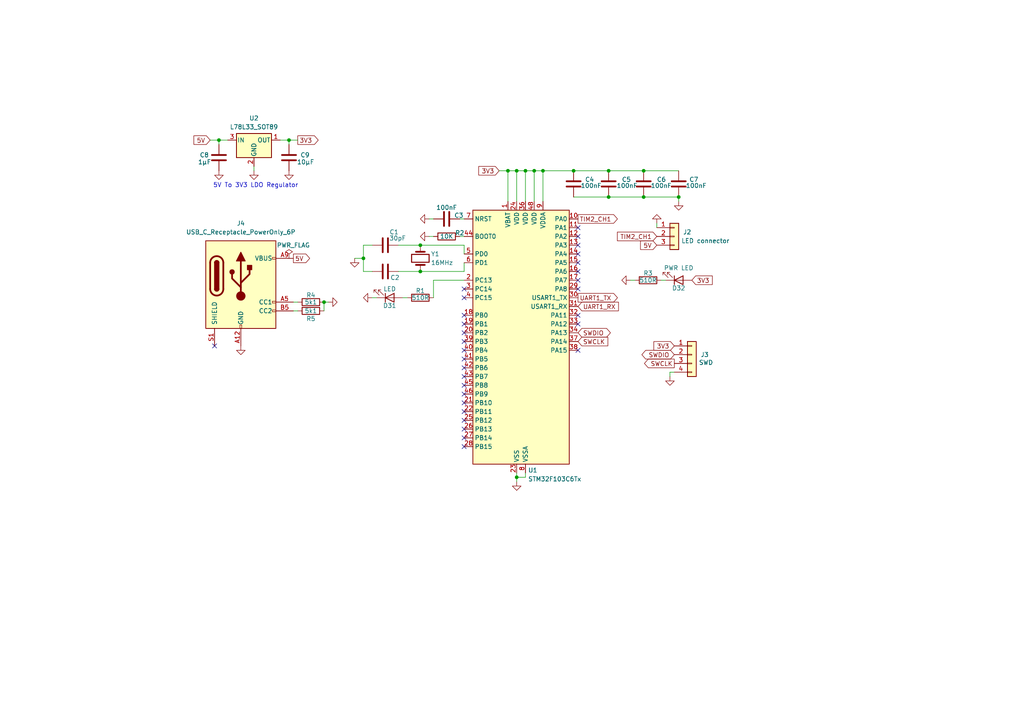
<source format=kicad_sch>
(kicad_sch (version 20231120) (generator "eeschema") (generator_version "8.0")
  (paper "A4")
  (lib_symbols
    (symbol "Connector:USB_C_Receptacle_PowerOnly_6P" (pin_names (offset 1.016))
      (property "Reference" "J" (at 0 16.51 0))
      (property "Value" "USB_C_Receptacle_PowerOnly_6P" (at 0 13.97 0))
      (symbol "USB_C_Receptacle_PowerOnly_6P_0_0"
        (rectangle (start -0.254 -12.7) (end 0.254 -11.684))
        (rectangle (start 10.16 -7.366) (end 9.144 -7.874))
        (rectangle (start 10.16 -4.826) (end 9.144 -5.334))
        (rectangle (start 10.16 7.874) (end 9.144 7.366))
      )
      (symbol "USB_C_Receptacle_PowerOnly_6P_0_1"
        (rectangle (start -10.16 12.7) (end 10.16 -12.7) (stroke (width 0.254)) (fill (type background)))
        (arc (start -8.89 -1.27) (mid -6.985 -3.1667) (end -5.08 -1.27) (stroke (width 0.508)))
        (arc (start -7.62 -1.27) (mid -6.985 -1.9023) (end -6.35 -1.27) (stroke (width 0.254)))
        (arc (start -7.62 -1.27) (mid -6.985 -1.9023) (end -6.35 -1.27) (stroke (width 0.254)) (fill (type outline)))
        (rectangle (start -7.62 -1.27) (end -6.35 6.35) (stroke (width 0.254)) (fill (type outline)))
        (arc (start -6.35 6.35) (mid -6.985 6.9823) (end -7.62 6.35) (stroke (width 0.254)))
        (arc (start -6.35 6.35) (mid -6.985 6.9823) (end -7.62 6.35) (stroke (width 0.254)) (fill (type outline)))
        (arc (start -5.08 6.35) (mid -6.985 8.2467) (end -8.89 6.35) (stroke (width 0.508)))
        (circle (center -2.54 3.683) (radius 0.635) (stroke (width 0.254)) (fill (type outline)))
        (circle (center 0 -3.302) (radius 1.27) (fill (type outline)))
        (polyline (pts (xy -8.89 -1.27) (xy -8.89 6.35)) (stroke (width 0.508)))
        (polyline (pts (xy -5.08 6.35) (xy -5.08 -1.27)) (stroke (width 0.508)))
        (polyline (pts (xy 0 -3.302) (xy 0 6.858)) (stroke (width 0.508)))
        (polyline (pts (xy 0 -0.762) (xy -2.54 1.778) (xy -2.54 3.048)) (stroke (width 0.508)))
        (polyline (pts (xy 0 0.508) (xy 2.54 3.048) (xy 2.54 4.318)) (stroke (width 0.508)))
        (polyline (pts (xy -1.27 6.858) (xy 0 9.398) (xy 1.27 6.858) (xy -1.27 6.858)) (stroke (width 0.254)) (fill (type outline)))
        (rectangle (start 1.905 4.318) (end 3.175 5.588) (stroke (width 0.254)) (fill (type outline)))
      )
      (symbol "USB_C_Receptacle_PowerOnly_6P_1_1"
        (pin passive line (at 0 -17.78 90) (length 5.08) (name "GND") (number "A12"))
        (pin bidirectional line (at 15.24 -5.08 180) (length 5.08) (name "CC1") (number "A5"))
        (pin passive line (at 15.24 7.62 180) (length 5.08) (name "VBUS") (number "A9"))
        (pin passive line (at 0 -17.78 90) (length 5.08) hide (name "GND") (number "B12"))
        (pin bidirectional line (at 15.24 -7.62 180) (length 5.08) (name "CC2") (number "B5"))
        (pin passive line (at 15.24 7.62 180) (length 5.08) hide (name "VBUS") (number "B9"))
        (pin passive line (at -7.62 -17.78 90) (length 5.08) (name "SHIELD") (number "S1"))
      )
    )
    (symbol "Connector_Generic:Conn_01x03" (pin_names (offset 1.016) hide)
      (property "Reference" "J" (at 0 5.08 0))
      (property "Value" "Conn_01x03" (at 0 -5.08 0))
      (symbol "Conn_01x03_1_1"
        (rectangle (start -1.27 -2.413) (end 0 -2.667) (stroke (width 0.1524)))
        (rectangle (start -1.27 0.127) (end 0 -0.127) (stroke (width 0.1524)))
        (rectangle (start -1.27 2.667) (end 0 2.413) (stroke (width 0.1524)))
        (rectangle (start -1.27 3.81) (end 1.27 -3.81) (stroke (width 0.254)) (fill (type background)))
        (pin passive line (at -5.08 2.54 0) (length 3.81) (name "Pin_1") (number "1"))
        (pin passive line (at -5.08 0 0) (length 3.81) (name "Pin_2") (number "2"))
        (pin passive line (at -5.08 -2.54 0) (length 3.81) (name "Pin_3") (number "3"))
      )
    )
    (symbol "Connector_Generic:Conn_01x04" (pin_names (offset 1.016) hide)
      (property "Reference" "J" (at 0 5.08 0))
      (property "Value" "Conn_01x04" (at 0 -7.62 0))
      (symbol "Conn_01x04_1_1"
        (rectangle (start -1.27 -4.953) (end 0 -5.207) (stroke (width 0.1524)))
        (rectangle (start -1.27 -2.413) (end 0 -2.667) (stroke (width 0.1524)))
        (rectangle (start -1.27 0.127) (end 0 -0.127) (stroke (width 0.1524)))
        (rectangle (start -1.27 2.667) (end 0 2.413) (stroke (width 0.1524)))
        (rectangle (start -1.27 3.81) (end 1.27 -6.35) (stroke (width 0.254)) (fill (type background)))
        (pin passive line (at -5.08 2.54 0) (length 3.81) (name "Pin_1") (number "1"))
        (pin passive line (at -5.08 0 0) (length 3.81) (name "Pin_2") (number "2"))
        (pin passive line (at -5.08 -2.54 0) (length 3.81) (name "Pin_3") (number "3"))
        (pin passive line (at -5.08 -5.08 0) (length 3.81) (name "Pin_4") (number "4"))
      )
    )
    (symbol "Device:C" (pin_numbers hide) (pin_names (offset 0.254))
      (property "Reference" "C" (at 0.635 2.54 0))
      (property "Value" "C" (at 0.635 -2.54 0))
      (symbol "C_0_1"
        (polyline (pts (xy -2.032 -0.762) (xy 2.032 -0.762)) (stroke (width 0.508)))
        (polyline (pts (xy -2.032 0.762) (xy 2.032 0.762)) (stroke (width 0.508)))
      )
      (symbol "C_1_1"
        (pin passive line (at 0 3.81 270) (length 2.794) (name "~") (number "1"))
        (pin passive line (at 0 -3.81 90) (length 2.794) (name "~") (number "2"))
      )
    )
    (symbol "Device:Crystal" (pin_numbers hide) (pin_names (offset 1.016) hide)
      (property "Reference" "Y" (at 0 3.81 0))
      (property "Value" "Crystal" (at 0 -3.81 0))
      (symbol "Crystal_0_1"
        (rectangle (start -1.143 2.54) (end 1.143 -2.54) (stroke (width 0.3048)))
        (polyline (pts (xy -2.54 0) (xy -1.905 0)))
        (polyline (pts (xy -1.905 -1.27) (xy -1.905 1.27)) (stroke (width 0.508)))
        (polyline (pts (xy 1.905 -1.27) (xy 1.905 1.27)) (stroke (width 0.508)))
        (polyline (pts (xy 2.54 0) (xy 1.905 0)))
      )
      (symbol "Crystal_1_1"
        (pin passive line (at -3.81 0 0) (length 1.27) (name "1") (number "1"))
        (pin passive line (at 3.81 0 180) (length 1.27) (name "2") (number "2"))
      )
    )
    (symbol "Device:LED" (pin_numbers hide) (pin_names (offset 1.016) hide)
      (property "Reference" "D" (at 0 2.54 0))
      (property "Value" "LED" (at 0 -2.54 0))
      (symbol "LED_0_1"
        (polyline (pts (xy -1.27 -1.27) (xy -1.27 1.27)) (stroke (width 0.254)))
        (polyline (pts (xy -1.27 0) (xy 1.27 0)))
        (polyline (pts (xy 1.27 -1.27) (xy 1.27 1.27) (xy -1.27 0) (xy 1.27 -1.27)) (stroke (width 0.254)))
        (polyline (pts (xy -3.048 -0.762) (xy -4.572 -2.286) (xy -3.81 -2.286) (xy -4.572 -2.286) (xy -4.572 -1.524)))
        (polyline (pts (xy -1.778 -0.762) (xy -3.302 -2.286) (xy -2.54 -2.286) (xy -3.302 -2.286) (xy -3.302 -1.524)))
      )
      (symbol "LED_1_1"
        (pin passive line (at -3.81 0 0) (length 2.54) (name "K") (number "1"))
        (pin passive line (at 3.81 0 180) (length 2.54) (name "A") (number "2"))
      )
    )
    (symbol "Device:R" (pin_numbers hide) (pin_names (offset 0))
      (property "Reference" "R" (at 2.032 0 90))
      (property "Value" "R" (at 0 0 90))
      (symbol "R_0_1"
        (rectangle (start -1.016 -2.54) (end 1.016 2.54) (stroke (width 0.254)))
      )
      (symbol "R_1_1"
        (pin passive line (at 0 3.81 270) (length 1.27) (name "~") (number "1"))
        (pin passive line (at 0 -3.81 90) (length 1.27) (name "~") (number "2"))
      )
    )
    (symbol "MCU_ST_STM32F1:STM32F103C6Tx"
      (property "Reference" "U" (at -12.7 39.37 0))
      (property "Value" "STM32F103C6Tx" (at 10.16 39.37 0))
      (symbol "STM32F103C6Tx_0_1"
        (rectangle (start -12.7 -35.56) (end 15.24 38.1) (stroke (width 0.254)) (fill (type background)))
      )
      (symbol "STM32F103C6Tx_1_1"
        (pin power_in line (at -2.54 40.64 270) (length 2.54) (name "VBAT") (number "1"))
        (pin bidirectional line (at 17.78 35.56 180) (length 2.54) (name "PA0") (number "10"))
        (pin bidirectional line (at 17.78 33.02 180) (length 2.54) (name "PA1") (number "11"))
        (pin bidirectional line (at 17.78 30.48 180) (length 2.54) (name "PA2") (number "12"))
        (pin bidirectional line (at 17.78 27.94 180) (length 2.54) (name "PA3") (number "13"))
        (pin bidirectional line (at 17.78 25.4 180) (length 2.54) (name "PA4") (number "14"))
        (pin bidirectional line (at 17.78 22.86 180) (length 2.54) (name "PA5") (number "15"))
        (pin bidirectional line (at 17.78 20.32 180) (length 2.54) (name "PA6") (number "16"))
        (pin bidirectional line (at 17.78 17.78 180) (length 2.54) (name "PA7") (number "17"))
        (pin bidirectional line (at -15.24 7.62 0) (length 2.54) (name "PB0") (number "18"))
        (pin bidirectional line (at -15.24 5.08 0) (length 2.54) (name "PB1") (number "19"))
        (pin bidirectional line (at -15.24 17.78 0) (length 2.54) (name "PC13") (number "2"))
        (pin bidirectional line (at -15.24 2.54 0) (length 2.54) (name "PB2") (number "20"))
        (pin bidirectional line (at -15.24 -17.78 0) (length 2.54) (name "PB10") (number "21"))
        (pin bidirectional line (at -15.24 -20.32 0) (length 2.54) (name "PB11") (number "22"))
        (pin power_in line (at 0 -38.1 90) (length 2.54) (name "VSS") (number "23"))
        (pin power_in line (at 0 40.64 270) (length 2.54) (name "VDD") (number "24"))
        (pin bidirectional line (at -15.24 -22.86 0) (length 2.54) (name "PB12") (number "25"))
        (pin bidirectional line (at -15.24 -25.4 0) (length 2.54) (name "PB13") (number "26"))
        (pin bidirectional line (at -15.24 -27.94 0) (length 2.54) (name "PB14") (number "27"))
        (pin bidirectional line (at -15.24 -30.48 0) (length 2.54) (name "PB15") (number "28"))
        (pin bidirectional line (at 17.78 15.24 180) (length 2.54) (name "PA8") (number "29"))
        (pin bidirectional line (at -15.24 15.24 0) (length 2.54) (name "PC14") (number "3"))
        (pin bidirectional line (at 17.78 12.7 180) (length 2.54) (name "PA9") (number "30") (alternate "USART1_TX" bidirectional line))
        (pin bidirectional line (at 17.78 10.16 180) (length 2.54) (name "PA10") (number "31") (alternate "USART1_RX" bidirectional line))
        (pin bidirectional line (at 17.78 7.62 180) (length 2.54) (name "PA11") (number "32") (alternate "" input line))
        (pin bidirectional line (at 17.78 5.08 180) (length 2.54) (name "PA12") (number "33"))
        (pin bidirectional line (at 17.78 2.54 180) (length 2.54) (name "PA13") (number "34"))
        (pin passive line (at 0 -38.1 90) (length 2.54) hide (name "VSS") (number "35"))
        (pin power_in line (at 2.54 40.64 270) (length 2.54) (name "VDD") (number "36"))
        (pin bidirectional line (at 17.78 0 180) (length 2.54) (name "PA14") (number "37"))
        (pin bidirectional line (at 17.78 -2.54 180) (length 2.54) (name "PA15") (number "38"))
        (pin bidirectional line (at -15.24 0 0) (length 2.54) (name "PB3") (number "39"))
        (pin bidirectional line (at -15.24 12.7 0) (length 2.54) (name "PC15") (number "4"))
        (pin bidirectional line (at -15.24 -2.54 0) (length 2.54) (name "PB4") (number "40"))
        (pin bidirectional line (at -15.24 -5.08 0) (length 2.54) (name "PB5") (number "41"))
        (pin bidirectional line (at -15.24 -7.62 0) (length 2.54) (name "PB6") (number "42") (alternate "USART1_TX" bidirectional line))
        (pin bidirectional line (at -15.24 -10.16 0) (length 2.54) (name "PB7") (number "43") (alternate "USART1_RX" bidirectional line))
        (pin input line (at -15.24 30.48 0) (length 2.54) (name "BOOT0") (number "44"))
        (pin bidirectional line (at -15.24 -12.7 0) (length 2.54) (name "PB8") (number "45"))
        (pin bidirectional line (at -15.24 -15.24 0) (length 2.54) (name "PB9") (number "46"))
        (pin passive line (at 0 -38.1 90) (length 2.54) hide (name "VSS") (number "47"))
        (pin power_in line (at 5.08 40.64 270) (length 2.54) (name "VDD") (number "48"))
        (pin bidirectional line (at -15.24 25.4 0) (length 2.54) (name "PD0") (number "5"))
        (pin bidirectional line (at -15.24 22.86 0) (length 2.54) (name "PD1") (number "6"))
        (pin input line (at -15.24 35.56 0) (length 2.54) (name "NRST") (number "7"))
        (pin power_in line (at 2.54 -38.1 90) (length 2.54) (name "VSSA") (number "8"))
        (pin power_in line (at 7.62 40.64 270) (length 2.54) (name "VDDA") (number "9"))
      )
    )
    (symbol "Regulator_Linear:L78L33_SOT89" (pin_names (offset 0.254))
      (property "Reference" "U" (at -3.81 3.175 0))
      (property "Value" "L78L33_SOT89" (at -0.635 3.175 0))
      (symbol "L78L33_SOT89_0_1"
        (rectangle (start -5.08 1.905) (end 5.08 -5.08) (stroke (width 0.254)) (fill (type background)))
      )
      (symbol "L78L33_SOT89_1_1"
        (pin power_out line (at 7.62 0 180) (length 2.54) (name "OUT") (number "1"))
        (pin power_in line (at 0 -7.62 90) (length 2.54) (name "GND") (number "2"))
        (pin power_in line (at -7.62 0 0) (length 2.54) (name "IN") (number "3"))
      )
    )
    (symbol "power:GND" (power) (pin_names (offset 0))
      (property "Value" "GND" (at 0 -3.81 0))
      (symbol "GND_0_1"
        (polyline (pts (xy 0 0) (xy 0 -1.27) (xy 1.27 -1.27) (xy 0 -2.54) (xy -1.27 -1.27) (xy 0 -1.27)))
      )
      (symbol "GND_1_1"
        (pin power_in line (at 0 0 270) (length 0) hide (name "GND") (number "1"))
      )
    )
    (symbol "power:PWR_FLAG" (power) (pin_numbers hide) (pin_names (offset 0) hide)
      (property "Value" "PWR_FLAG" (at 0 3.81 0))
      (symbol "PWR_FLAG_0_0"
        (pin power_out line (at 0 0 90) (length 0) (name "~") (number "1"))
      )
      (symbol "PWR_FLAG_0_1"
        (polyline (pts (xy 0 0) (xy 0 1.27) (xy -1.016 1.905) (xy 0 2.54) (xy 1.016 1.905) (xy 0 1.27)))
      )
    )
  )
  (junction (at 149.86 138.43))
  (junction (at 186.69 49.53))
  (junction (at 147.32 49.53))
  (junction (at 149.86 49.53))
  (junction (at 157.48 49.53))
  (junction (at 121.92 78.74))
  (junction (at 166.37 49.53))
  (junction (at 186.69 57.15))
  (junction (at 105.41 74.93))
  (junction (at 176.53 57.15))
  (junction (at 63.5 40.64))
  (junction (at 176.53 49.53))
  (junction (at 196.85 57.15))
  (junction (at 154.94 49.53))
  (junction (at 83.82 40.64))
  (junction (at 121.92 71.12))
  (junction (at 93.98 87.63))
  (junction (at 152.4 49.53))
  (no_connect (at 167.64 81.28))
  (no_connect (at 134.62 101.6))
  (no_connect (at 167.64 83.82))
  (no_connect (at 134.62 93.98))
  (no_connect (at 167.64 91.44))
  (no_connect (at 167.64 73.66))
  (no_connect (at 167.64 76.2))
  (no_connect (at 167.64 66.04))
  (no_connect (at 134.62 116.84))
  (no_connect (at 134.62 127))
  (no_connect (at 167.64 68.58))
  (no_connect (at 167.64 93.98))
  (no_connect (at 134.62 111.76))
  (no_connect (at 134.62 114.3))
  (no_connect (at 134.62 119.38))
  (no_connect (at 134.62 104.14))
  (no_connect (at 134.62 99.06))
  (no_connect (at 134.62 96.52))
  (no_connect (at 134.62 86.36))
  (no_connect (at 62.23 100.33))
  (no_connect (at 134.62 129.54))
  (no_connect (at 167.64 78.74))
  (no_connect (at 134.62 83.82))
  (no_connect (at 134.62 106.68))
  (no_connect (at 134.62 109.22))
  (no_connect (at 134.62 121.92))
  (no_connect (at 167.64 71.12))
  (no_connect (at 167.64 101.6))
  (no_connect (at 134.62 124.46))
  (no_connect (at 134.62 91.44))
  (wire (pts (xy 133.35 68.58) (xy 134.62 68.58)))
  (wire (pts (xy 93.98 87.63) (xy 95.25 87.63)))
  (wire (pts (xy 190.5 64.77) (xy 190.5 66.04)))
  (wire (pts (xy 121.92 78.74) (xy 134.62 78.74)))
  (wire (pts (xy 149.86 138.43) (xy 152.4 138.43)))
  (wire (pts (xy 105.41 78.74) (xy 107.95 78.74)))
  (wire (pts (xy 195.58 107.95) (xy 194.31 107.95)))
  (wire (pts (xy 194.31 107.95) (xy 194.31 109.22)))
  (wire (pts (xy 115.57 71.12) (xy 121.92 71.12)))
  (wire (pts (xy 149.86 137.16) (xy 149.86 138.43)))
  (wire (pts (xy 93.98 87.63) (xy 93.98 90.17)))
  (wire (pts (xy 124.46 63.5) (xy 125.73 63.5)))
  (wire (pts (xy 154.94 49.53) (xy 157.48 49.53)))
  (wire (pts (xy 85.09 87.63) (xy 86.36 87.63)))
  (wire (pts (xy 196.85 57.15) (xy 196.85 58.42)))
  (wire (pts (xy 134.62 71.12) (xy 134.62 73.66)))
  (wire (pts (xy 102.87 74.93) (xy 105.41 74.93)))
  (wire (pts (xy 154.94 49.53) (xy 154.94 58.42)))
  (wire (pts (xy 73.66 48.26) (xy 73.66 49.53)))
  (wire (pts (xy 63.5 40.64) (xy 63.5 41.91)))
  (wire (pts (xy 133.35 63.5) (xy 134.62 63.5)))
  (wire (pts (xy 107.95 86.36) (xy 109.22 86.36)))
  (wire (pts (xy 107.95 71.12) (xy 105.41 71.12)))
  (wire (pts (xy 81.28 40.64) (xy 83.82 40.64)))
  (wire (pts (xy 83.82 40.64) (xy 86.36 40.64)))
  (wire (pts (xy 124.46 68.58) (xy 125.73 68.58)))
  (wire (pts (xy 149.86 49.53) (xy 152.4 49.53)))
  (wire (pts (xy 116.84 86.36) (xy 118.11 86.36)))
  (wire (pts (xy 105.41 71.12) (xy 105.41 74.93)))
  (wire (pts (xy 157.48 49.53) (xy 157.48 58.42)))
  (wire (pts (xy 125.73 81.28) (xy 125.73 86.36)))
  (wire (pts (xy 191.77 81.28) (xy 193.04 81.28)))
  (wire (pts (xy 182.88 81.28) (xy 184.15 81.28)))
  (wire (pts (xy 83.82 40.64) (xy 83.82 41.91)))
  (wire (pts (xy 134.62 78.74) (xy 134.62 76.2)))
  (wire (pts (xy 85.09 90.17) (xy 86.36 90.17)))
  (wire (pts (xy 115.57 78.74) (xy 121.92 78.74)))
  (wire (pts (xy 152.4 49.53) (xy 152.4 58.42)))
  (wire (pts (xy 105.41 74.93) (xy 105.41 78.74)))
  (wire (pts (xy 166.37 57.15) (xy 176.53 57.15)))
  (wire (pts (xy 147.32 49.53) (xy 149.86 49.53)))
  (wire (pts (xy 121.92 71.12) (xy 134.62 71.12)))
  (wire (pts (xy 186.69 57.15) (xy 196.85 57.15)))
  (wire (pts (xy 186.69 49.53) (xy 196.85 49.53)))
  (wire (pts (xy 152.4 49.53) (xy 154.94 49.53)))
  (wire (pts (xy 149.86 138.43) (xy 149.86 139.7)))
  (wire (pts (xy 144.78 49.53) (xy 147.32 49.53)))
  (wire (pts (xy 147.32 58.42) (xy 147.32 49.53)))
  (wire (pts (xy 176.53 57.15) (xy 186.69 57.15)))
  (wire (pts (xy 152.4 138.43) (xy 152.4 137.16)))
  (wire (pts (xy 66.04 40.64) (xy 63.5 40.64)))
  (wire (pts (xy 149.86 49.53) (xy 149.86 58.42)))
  (wire (pts (xy 157.48 49.53) (xy 166.37 49.53)))
  (wire (pts (xy 166.37 49.53) (xy 176.53 49.53)))
  (wire (pts (xy 125.73 81.28) (xy 134.62 81.28)))
  (wire (pts (xy 60.96 40.64) (xy 63.5 40.64)))
  (wire (pts (xy 176.53 49.53) (xy 186.69 49.53)))
  (text "5V To 3V3 LDO Regulator\n" (at 74.168 53.848 0) (effects (font (size 1.27 1.27))))
  (global_label "SWCLK" (shape input) (at 167.64 99.06 0) (property "Intersheetrefs" "${INTERSHEET_REFS}" (effects (hide yes))))
  (global_label "5V" (shape output) (at 85.09 74.93 0) (property "Intersheetrefs" "${INTERSHEET_REFS}" (effects (hide yes))))
  (global_label "SWDIO" (shape bidirectional) (at 195.58 102.87 180) (property "Intersheetrefs" "${INTERSHEET_REFS}" (effects (hide yes))))
  (global_label "3V3" (shape output) (at 86.36 40.64 0) (property "Intersheetrefs" "${INTERSHEET_REFS}" (effects (hide yes))))
  (global_label "TIM2_CH1" (shape output) (at 167.64 63.5 0) (property "Intersheetrefs" "${INTERSHEET_REFS}" (effects (hide yes))))
  (global_label "UART1_RX" (shape input) (at 167.64 88.9 0) (property "Intersheetrefs" "${INTERSHEET_REFS}" (effects (hide yes))))
  (global_label "SWCLK" (shape output) (at 195.58 105.41 180) (property "Intersheetrefs" "${INTERSHEET_REFS}" (effects (hide yes))))
  (global_label "TIM2_CH1" (shape input) (at 190.5 68.58 180) (property "Intersheetrefs" "${INTERSHEET_REFS}" (effects (hide yes))))
  (global_label "5V" (shape input) (at 190.5 71.12 180) (property "Intersheetrefs" "${INTERSHEET_REFS}" (effects (hide yes))))
  (global_label "UART1_TX" (shape output) (at 167.64 86.36 0) (property "Intersheetrefs" "${INTERSHEET_REFS}" (effects (hide yes))))
  (global_label "5V" (shape input) (at 60.96 40.64 180) (property "Intersheetrefs" "${INTERSHEET_REFS}" (effects (hide yes))))
  (global_label "SWDIO" (shape bidirectional) (at 167.64 96.52 0) (property "Intersheetrefs" "${INTERSHEET_REFS}" (effects (hide yes))))
  (global_label "3V3" (shape input) (at 144.78 49.53 180) (property "Intersheetrefs" "${INTERSHEET_REFS}" (effects (hide yes))))
  (global_label "3V3" (shape input) (at 195.58 100.33 180) (property "Intersheetrefs" "${INTERSHEET_REFS}" (effects (hide yes))))
  (global_label "3V3" (shape input) (at 200.66 81.28 0) (property "Intersheetrefs" "${INTERSHEET_REFS}" (effects (hide yes))))
  (symbol (lib_id "power:GND") (at 196.85 58.42 0) (unit 1)
    (property "Reference" "#PWR040" (effects (hide yes)))
    (property "Value" "GND" (effects (hide yes)))
    (property "Description" "Power symbol creates a global label with name \"GND\" , ground" (effects (hide yes)))
  )
  (symbol (lib_id "Device:C") (at 166.37 53.34 0) (unit 1)
    (property "Reference" "C4" (at 169.672 52.07 0) (effects (justify left)))
    (property "Value" "100nF" (at 168.402 53.848 0) (effects (justify left)))
    (property "Footprint" "Capacitor_SMD:C_0603_1608Metric" (effects (hide yes)))
    (property "Description" "Unpolarized capacitor" (effects (hide yes)))
  )
  (symbol (lib_id "Device:C") (at 111.76 71.12 90) (unit 1)
    (property "Reference" "C1" (at 114.3 67.31 90))
    (property "Value" "30pF" (at 115.316 69.088 90))
    (property "Footprint" "Capacitor_SMD:C_0805_2012Metric" (effects (hide yes)))
    (property "Description" "Unpolarized capacitor" (effects (hide yes)))
  )
  (symbol (lib_id "Device:LED") (at 196.85 81.28 0) (mirror x) (unit 1)
    (property "Reference" "D32" (at 196.85 83.566 0))
    (property "Value" "PWR LED" (at 196.85 77.724 0))
    (property "Footprint" "LED_SMD:LED_0805_2012Metric" (effects (hide yes)))
    (property "Description" "Light emitting diode" (effects (hide yes)))
  )
  (symbol (lib_id "Device:C") (at 111.76 78.74 90) (unit 1)
    (property "Reference" "C2" (at 114.554 80.518 90))
    (property "Value" "30pF" (effects (hide yes)))
    (property "Footprint" "Capacitor_SMD:C_0805_2012Metric" (effects (hide yes)))
    (property "Description" "Unpolarized capacitor" (effects (hide yes)))
  )
  (symbol (lib_id "power:GND") (at 95.25 87.63 90) (unit 1)
    (property "Reference" "#PWR045" (effects (hide yes)))
    (property "Value" "GND" (effects (hide yes)))
    (property "Description" "Power symbol creates a global label with name \"GND\" , ground" (effects (hide yes)))
  )
  (symbol (lib_id "Device:R") (at 90.17 87.63 90) (unit 1)
    (property "Reference" "R4" (at 90.17 85.598 90))
    (property "Value" "5k1" (at 90.17 87.63 90))
    (property "Description" "Resistor" (effects (hide yes)))
  )
  (symbol (lib_id "power:GND") (at 69.85 100.33 0) (unit 1)
    (property "Reference" "#PWR044" (effects (hide yes)))
    (property "Value" "GND" (effects (hide yes)))
    (property "Description" "Power symbol creates a global label with name \"GND\" , ground" (effects (hide yes)))
  )
  (symbol (lib_id "power:GND") (at 149.86 139.7 0) (unit 1)
    (property "Reference" "#PWR036" (effects (hide yes)))
    (property "Value" "GND" (effects (hide yes)))
    (property "Description" "Power symbol creates a global label with name \"GND\" , ground" (effects (hide yes)))
  )
  (symbol (lib_id "Connector:USB_C_Receptacle_PowerOnly_6P") (at 69.85 82.55 0) (unit 1)
    (property "Reference" "J4" (at 69.85 64.77 0))
    (property "Value" "USB_C_Receptacle_PowerOnly_6P" (at 69.85 67.31 0))
    (property "Datasheet" "https://www.usb.org/sites/default/files/documents/usb_type-c.zip" (effects (hide yes)))
    (property "Description" "USB Power-Only 6P Type-C Receptacle connector" (effects (hide yes)))
  )
  (symbol (lib_id "power:GND") (at 107.95 86.36 270) (unit 1)
    (property "Reference" "#PWR032" (effects (hide yes)))
    (property "Value" "GND" (effects (hide yes)))
    (property "Description" "Power symbol creates a global label with name \"GND\" , ground" (effects (hide yes)))
  )
  (symbol (lib_id "Device:C") (at 83.82 45.72 0) (unit 1)
    (property "Reference" "C9" (at 87.122 44.958 0) (effects (justify left)))
    (property "Value" "10μF" (at 86.106 46.99 0) (effects (justify left)))
    (property "Footprint" "Capacitor_SMD:C_0805_2012Metric" (effects (hide yes)))
    (property "Description" "Unpolarized capacitor" (effects (hide yes)))
  )
  (symbol (lib_id "Device:C") (at 186.69 53.34 0) (unit 1)
    (property "Reference" "C6" (at 190.5 52.0699 0) (effects (justify left)))
    (property "Value" "100nF" (at 188.722 53.848 0) (effects (justify left)))
    (property "Footprint" "Capacitor_SMD:C_0603_1608Metric" (effects (hide yes)))
    (property "Description" "Unpolarized capacitor" (effects (hide yes)))
  )
  (symbol (lib_id "Device:R") (at 129.54 68.58 270) (unit 1)
    (property "Reference" "R2" (at 133.35 67.564 90))
    (property "Value" "10K" (at 129.54 68.58 90))
    (property "Footprint" "Resistor_SMD:R_0805_2012Metric" (effects (hide yes)))
    (property "Description" "Resistor" (effects (hide yes)))
  )
  (symbol (lib_id "power:GND") (at 182.88 81.28 270) (unit 1)
    (property "Reference" "#PWR037" (effects (hide yes)))
    (property "Value" "GND" (effects (hide yes)))
    (property "Description" "Power symbol creates a global label with name \"GND\" , ground" (effects (hide yes)))
  )
  (symbol (lib_id "Device:R") (at 187.96 81.28 270) (unit 1)
    (property "Reference" "R3" (at 187.96 79.248 90))
    (property "Value" "510R" (at 187.96 81.28 90))
    (property "Footprint" "Resistor_SMD:R_0805_2012Metric" (effects (hide yes)))
    (property "Description" "Resistor" (effects (hide yes)))
  )
  (symbol (lib_id "Connector_Generic:Conn_01x04") (at 200.66 102.87 0) (unit 1)
    (property "Reference" "J3" (at 203.2 102.8699 0) (effects (justify left)))
    (property "Value" "SWD" (at 202.692 105.156 0) (effects (justify left)))
    (property "Footprint" "Connector_PinSocket_2.54mm:PinSocket_1x04_P2.54mm_Vertical" (effects (hide yes)))
    (property "Description" "Generic connector, single row, 01x04, script generated (kicad-library-utils/schlib/autogen/connector/)" (effects (hide yes)))
  )
  (symbol (lib_id "power:GND") (at 124.46 68.58 270) (unit 1)
    (property "Reference" "#PWR035" (effects (hide yes)))
    (property "Value" "GND" (effects (hide yes)))
    (property "Description" "Power symbol creates a global label with name \"GND\" , ground" (effects (hide yes)))
  )
  (symbol (lib_id "power:GND") (at 102.87 74.93 0) (unit 1)
    (property "Reference" "#PWR031" (effects (hide yes)))
    (property "Value" "GND" (effects (hide yes)))
    (property "Description" "Power symbol creates a global label with name \"GND\" , ground" (effects (hide yes)))
  )
  (symbol (lib_id "power:GND") (at 194.31 109.22 0) (unit 1)
    (property "Reference" "#PWR039" (effects (hide yes)))
    (property "Value" "GND" (effects (hide yes)))
    (property "Description" "Power symbol creates a global label with name \"GND\" , ground" (effects (hide yes)))
  )
  (symbol (lib_id "power:GND") (at 63.5 49.53 0) (unit 1)
    (property "Reference" "#PWR041" (effects (hide yes)))
    (property "Value" "GND" (effects (hide yes)))
    (property "Description" "Power symbol creates a global label with name \"GND\" , ground" (effects (hide yes)))
  )
  (symbol (lib_id "MCU_ST_STM32F1:STM32F103C6Tx") (at 149.86 99.06 0) (unit 1)
    (property "Reference" "U1" (at 153.162 136.398 0) (effects (justify left)))
    (property "Value" "STM32F103C6Tx" (at 153.162 138.938 0) (effects (justify left)))
    (property "Footprint" "Package_QFP:LQFP-48_7x7mm_P0.5mm" (effects (hide yes)))
    (property "Datasheet" "https://www.st.com/resource/en/datasheet/stm32f103c6.pdf" (effects (hide yes)))
    (property "Description" "STMicroelectronics Arm Cortex-M3 MCU, 32KB flash, 10KB RAM, 72 MHz, 2.0-3.6V, 37 GPIO, LQFP48" (effects (hide yes)))
    (pin "30" (alternate "USART1_TX"))
    (pin "31" (alternate "USART1_RX"))
    (pin "32" (alternate "PA11"))
  )
  (symbol (lib_id "Connector_Generic:Conn_01x03") (at 195.58 68.58 0) (unit 1)
    (property "Reference" "J2" (at 198.12 67.3099 0) (effects (justify left)))
    (property "Value" "LED connector" (at 197.612 69.85 0) (effects (justify left)))
    (property "Footprint" "Connector_PinHeader_2.54mm:PinHeader_1x03_P2.54mm_Vertical" (effects (hide yes)))
    (property "Description" "Generic connector, single row, 01x03, script generated (kicad-library-utils/schlib/autogen/connector/)" (effects (hide yes)))
  )
  (symbol (lib_id "Device:C") (at 129.54 63.5 90) (unit 1)
    (property "Reference" "C3" (at 133.096 62.484 90))
    (property "Value" "100nF" (at 129.54 60.198 90))
    (property "Footprint" "Capacitor_SMD:C_0603_1608Metric" (effects (hide yes)))
    (property "Description" "Unpolarized capacitor" (effects (hide yes)))
  )
  (symbol (lib_id "Device:Crystal") (at 121.92 74.93 90) (unit 1)
    (property "Reference" "Y1" (at 124.968 73.66 90) (effects (justify right)))
    (property "Value" "16MHz" (at 124.968 76.2 90) (effects (justify right)))
    (property "Footprint" "Crystal:Crystal_HC49-4H_Vertical" (effects (hide yes)))
    (property "Description" "Two pin crystal" (effects (hide yes)))
  )
  (symbol (lib_id "Device:C") (at 176.53 53.34 0) (unit 1)
    (property "Reference" "C5" (at 180.34 52.0699 0) (effects (justify left)))
    (property "Value" "100nF" (at 178.816 53.848 0) (effects (justify left)))
    (property "Footprint" "Capacitor_SMD:C_0603_1608Metric" (effects (hide yes)))
    (property "Description" "Unpolarized capacitor" (effects (hide yes)))
  )
  (symbol (lib_id "Regulator_Linear:L78L33_SOT89") (at 73.66 40.64 0) (unit 1)
    (property "Reference" "U2" (at 73.66 34.29 0))
    (property "Value" "L78L33_SOT89" (at 73.66 36.83 0))
    (property "Footprint" "Package_TO_SOT_SMD:SOT-89-3" (effects (hide yes)))
    (property "Datasheet" "http://www.st.com/content/ccc/resource/technical/document/datasheet/15/55/e5/aa/23/5b/43/fd/CD00000446.pdf/files/CD00000446.pdf/jcr:content/translations/en.CD00000446.pdf" (effects (hide yes)))
    (property "Description" "Positive 100mA 30V Linear Regulator, Fixed Output 3.3V, SOT-89" (effects (hide yes)))
  )
  (symbol (lib_id "Device:C") (at 63.5 45.72 0) (unit 1)
    (property "Reference" "C8" (at 57.912 44.958 0) (effects (justify left)))
    (property "Value" "1μF" (at 57.404 46.99 0) (effects (justify left)))
    (property "Footprint" "Capacitor_SMD:C_0805_2012Metric" (effects (hide yes)))
    (property "Description" "Unpolarized capacitor" (effects (hide yes)))
  )
  (symbol (lib_id "Device:R") (at 90.17 90.17 90) (unit 1)
    (property "Reference" "R5" (at 90.17 92.456 90))
    (property "Value" "5k1" (at 90.17 90.17 90))
    (property "Description" "Resistor" (effects (hide yes)))
  )
  (symbol (lib_id "Device:C") (at 196.85 53.34 0) (unit 1)
    (property "Reference" "C7" (at 199.898 52.07 0) (effects (justify left)))
    (property "Value" "100nF" (at 198.882 53.8481 0) (effects (justify left)))
    (property "Footprint" "Capacitor_SMD:C_0603_1608Metric" (effects (hide yes)))
    (property "Description" "Unpolarized capacitor" (effects (hide yes)))
  )
  (symbol (lib_id "power:PWR_FLAG") (at 83.82 74.93 0) (unit 1)
    (property "Reference" "#FLG03" (effects (hide yes)))
    (property "Value" "PWR_FLAG" (at 85.09 71.12 0))
    (property "Description" "Special symbol for telling ERC where power comes from" (effects (hide yes)))
  )
  (symbol (lib_id "Device:R") (at 121.92 86.36 90) (unit 1)
    (property "Reference" "R1" (at 121.92 84.328 90))
    (property "Value" "510R" (at 121.92 86.36 90))
    (property "Footprint" "Resistor_SMD:R_0805_2012Metric" (effects (hide yes)))
    (property "Description" "Resistor" (effects (hide yes)))
  )
  (symbol (lib_id "Device:LED") (at 113.03 86.36 0) (mirror x) (unit 1)
    (property "Reference" "D31" (at 113.03 88.646 0))
    (property "Value" "LED" (at 113.03 83.82 0))
    (property "Footprint" "LED_SMD:LED_0805_2012Metric" (effects (hide yes)))
    (property "Description" "Light emitting diode" (effects (hide yes)))
  )
  (symbol (lib_id "power:GND") (at 190.5 64.77 180) (unit 1)
    (property "Reference" "#PWR038" (effects (hide yes)))
    (property "Value" "GND" (effects (hide yes)))
    (property "Description" "Power symbol creates a global label with name \"GND\" , ground" (effects (hide yes)))
  )
  (symbol (lib_id "power:GND") (at 83.82 49.53 0) (unit 1)
    (property "Reference" "#PWR043" (effects (hide yes)))
    (property "Value" "GND" (effects (hide yes)))
    (property "Description" "Power symbol creates a global label with name \"GND\" , ground" (effects (hide yes)))
  )
  (symbol (lib_id "power:GND") (at 124.46 63.5 270) (unit 1)
    (property "Reference" "#PWR034" (effects (hide yes)))
    (property "Value" "GND" (effects (hide yes)))
    (property "Description" "Power symbol creates a global label with name \"GND\" , ground" (effects (hide yes)))
  )
  (symbol (lib_id "power:GND") (at 73.66 49.53 0) (unit 1)
    (property "Reference" "#PWR042" (effects (hide yes)))
    (property "Value" "GND" (effects (hide yes)))
    (property "Description" "Power symbol creates a global label with name \"GND\" , ground" (effects (hide yes)))
  )
)
</source>
